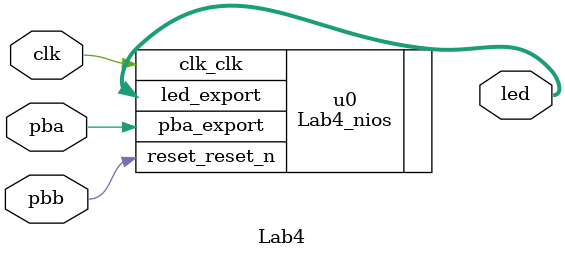
<source format=sv>
module Lab4 (
  input  bit       clk,
  input  bit       pbb,
  input  bit       pba,
  output bit [7:0] led
);

  Lab4_nios u0 (
    .clk_clk      (clk),  //   clk.clk
    .reset_reset_n(pbb),  //   reset.reset_n
    .led_export   (led),  //   led.export
    .pba_export   (pba)   //   pba.export
  );

endmodule

</source>
